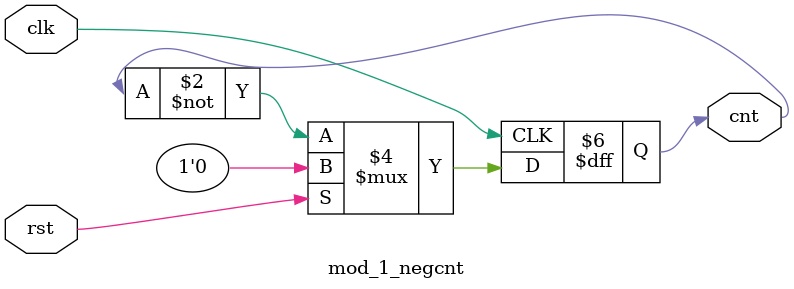
<source format=v>
module mod_1_negcnt (clk, rst, cnt);
  input     		clk, rst;
  output	cnt;
  reg	cnt;

	always @(negedge clk) begin
		if (rst) cnt <= 0;
		else
		cnt <= ~cnt;
	end

endmodule

</source>
